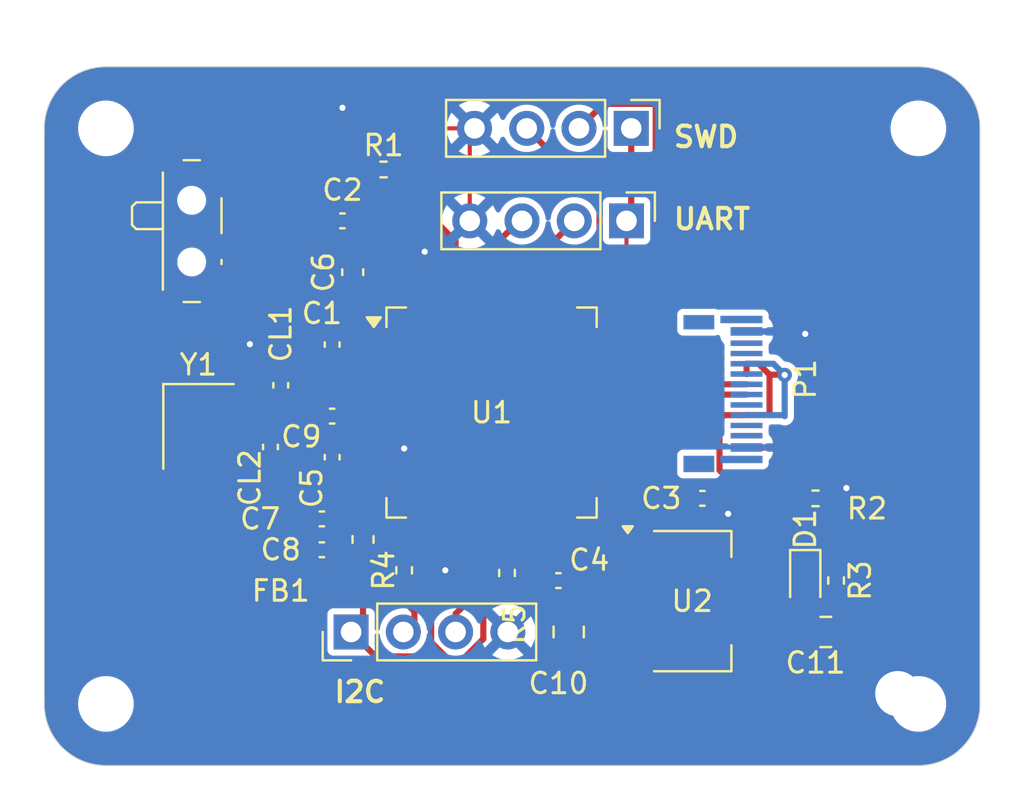
<source format=kicad_pcb>
(kicad_pcb (version 20241229) (generator "pcbnew") (generator_version "9.0")
  (layers (0 "F.Cu" signal) (2 "B.Cu" power) (13 "F.Paste" user) (15 "B.Paste" user) (5 "F.SilkS" user "F.Silkscreen") (7 "B.SilkS" user "B.Silkscreen") (1 "F.Mask" user) (3 "B.Mask" user) (25 "Edge.Cuts" user))
  (net 0 "")
  (net 1 "+3.3V")
  (net 2 "+3.3VA")
  (net 3 "/NRST")
  (net 4 "VBUS")
  (net 5 "GND")
  (net 6 "/HSE_OUT")
  (net 7 "/Power LED Cathode")
  (net 8 "/SYS_JTMS-SWDIO")
  (net 9 "/SYS_JTCK_SWCLK")
  (net 10 "/UART1_TX")
  (net 11 "/UART1_RX")
  (net 12 "/I2C2_SDA")
  (net 13 "/I2C2_SCL")
  (net 19 "/USB_OTG_FS_DM")
  (net 20 "/USB_OTG_FS_DP")
  (net 21 "Net-(SW1-A)")
  (net 22 "Net-(U1-BOOT0)")
  (net 66 "/HSE_IN")
  (footprint "Resistor_SMD:R_0402_1005Metric" (layer "F.Cu") (at 68.5 59 -90)
    (property "Reference" "R3")
    (property "Value" "1k5")
  )
  (footprint "Capacitor_SMD:C_0402_1005Metric" (layer "F.Cu") (at 41 52.5 -90)
    (property "Reference" "CL2")
    (property "Value" "10p")
  )
  (footprint "Capacitor_SMD:C_0805_2012Metric" (layer "F.Cu") (at 68 61.5)
    (property "Reference" "C11")
    (property "Value" "22u")
  )
  (footprint "Resistor_SMD:R_0402_1005Metric" (layer "F.Cu") (at 52.5 58.629084 90)
    (property "Reference" "R5")
    (property "Value" "1k5")
  )
  (footprint "Capacitor_SMD:C_0402_1005Metric" (layer "F.Cu") (at 44 51 180)
    (property "Reference" "C9")
    (property "Value" "100n")
  )
  (footprint "MountingHole:MountingHole_2.2mm_M2" (layer "F.Cu") (at 33 65)
    (property "Reference" "H1")
    (property "Value" "MountingHole")
  )
  (footprint "Capacitor_SMD:C_0402_1005Metric" (layer "F.Cu") (at 62 55)
    (property "Reference" "C3")
    (property "Value" "100n")
  )
  (footprint "Capacitor_SMD:C_0402_1005Metric" (layer "F.Cu") (at 41.5 49.5 90)
    (property "Reference" "CL1")
    (property "Value" "10p")
  )
  (footprint "Package_QFP:LQFP-64_10x10mm_P0.5mm" (layer "F.Cu") (at 51.75 50.825)
    (property "Reference" "U1")
    (property "Value" "STM32F405RGTx")
  )
  (footprint "Capacitor_SMD:C_0402_1005Metric" (layer "F.Cu") (at 44 47.52 -90)
    (property "Reference" "C1")
    (property "Value" "100n")
  )
  (footprint "Crystal:Crystal_SMD_3225-4Pin_3.2x2.5mm" (layer "F.Cu") (at 37.5 51.5 -90)
    (property "Reference" "Y1")
    (property "Value" "16Mhz")
  )
  (footprint "Resistor_SMD:R_0402_1005Metric" (layer "F.Cu") (at 47.5 58.5 -90)
    (property "Reference" "R4")
    (property "Value" "1k5")
  )
  (footprint "Package_TO_SOT_SMD:SOT-223-3_TabPin2" (layer "F.Cu") (at 61.5 60)
    (property "Reference" "U2")
    (property "Value" "AMS1117-3.3")
  )
  (footprint "Capacitor_SMD:C_0402_1005Metric" (layer "F.Cu") (at 55 59)
    (property "Reference" "C4")
    (property "Value" "100n")
  )
  (footprint "Capacitor_SMD:C_0402_1005Metric" (layer "F.Cu") (at 43.5 57.5 180)
    (property "Reference" "C8")
    (property "Value" "1u")
  )
  (footprint "Capacitor_SMD:C_0805_2012Metric" (layer "F.Cu") (at 55.5 61.5 -90)
    (property "Reference" "C10")
    (property "Value" "22u")
  )
  (footprint "MountingHole:MountingHole_2.2mm_M2" (layer "F.Cu") (at 71.5 64.5)
    (property "Reference" "H2")
    (property "Value" "MountingHole")
  )
  (footprint "Connector_USB:USB_C_Plug_JAE_DX07P024AJ1" (layer "F.Cu") (at 63 49.7025 90)
    (property "Reference" "P1")
    (property "Value" "USB_C_Plug_USB2.0")
  )
  (footprint "Connector_PinHeader_2.54mm:PinHeader_1x04_P2.54mm_Vertical" (layer "F.Cu") (at 58.54 37 -90)
    (property "Reference" "J1")
    (property "Value" "Conn_01x04_Pin")
  )
  (footprint "Button_Switch_SMD:SW_SPDT_PCM12" (layer "F.Cu") (at 37.5 42 -90)
    (property "Reference" "SW1")
    (property "Value" "SW_SPDT")
  )
  (footprint "LED_SMD:LED_0603_1608Metric" (layer "F.Cu") (at 67 59 -90)
    (property "Reference" "D1")
    (property "Value" "RED")
  )
  (footprint "Capacitor_SMD:C_0603_1608Metric" (layer "F.Cu") (at 45 44 90)
    (property "Reference" "C6")
    (property "Value" "10u")
  )
  (footprint "Capacitor_SMD:C_0402_1005Metric" (layer "F.Cu") (at 43.5 56 180)
    (property "Reference" "C7")
    (property "Value" "1u")
  )
  (footprint "Resistor_SMD:R_0402_1005Metric" (layer "F.Cu") (at 67.5 55)
    (property "Reference" "R2")
    (property "Value" "5k1")
  )
  (footprint "MountingHole:MountingHole_2.2mm_M2" (layer "F.Cu") (at 33 37)
    (property "Reference" "H4")
    (property "Value" "MountingHole")
  )
  (footprint "Capacitor_SMD:C_0402_1005Metric" (layer "F.Cu") (at 44 53 90)
    (property "Reference" "C5")
    (property "Value" "10n")
  )
  (footprint "Inductor_SMD:L_0603_1608Metric" (layer "F.Cu") (at 45.5 57 -90)
    (property "Reference" "FB1")
    (property "Value" "FerriteBead")
  )
  (footprint "Connector_PinHeader_2.54mm:PinHeader_1x04_P2.54mm_Vertical" (layer "F.Cu") (at 58.31 41.5 -90)
    (property "Reference" "J2")
    (property "Value" "Conn_01x04_Pin")
  )
  (footprint "Capacitor_SMD:C_0402_1005Metric" (layer "F.Cu") (at 44.5 41.5 180)
    (property "Reference" "C2")
    (property "Value" "100n")
  )
  (footprint "Resistor_SMD:R_0402_1005Metric" (layer "F.Cu") (at 46.5 39)
    (property "Reference" "R1")
    (property "Value" "10K")
  )
  (footprint "MountingHole:MountingHole_2.2mm_M2" (layer "F.Cu") (at 72.5 37)
    (property "Reference" "H3")
    (property "Value" "MountingHole")
  )
  (footprint "Connector_PinHeader_2.54mm:PinHeader_1x04_P2.54mm_Vertical" (layer "F.Cu") (at 44.92 61.5 90)
    (property "Reference" "J3")
    (property "Value" "Conn_01x04_Pin")
  )
  (gr_arc (start 33 68) (mid 30.87868 67.12132) (end 30 65) (stroke (width 0.05)) (layer "Edge.Cuts"))
  (gr_arc (start 75.5 65) (mid 74.62132 67.12132) (end 72.5 68) (stroke (width 0.05)) (layer "Edge.Cuts"))
  (gr_line (start 75.5 40.5) (end 75.5 37) (stroke (width 0.05)) (layer "Edge.Cuts"))
  (gr_line (start 30 37) (end 30 65) (stroke (width 0.05)) (layer "Edge.Cuts"))
  (gr_line (start 33 68) (end 72.5 68) (stroke (width 0.05)) (layer "Edge.Cuts"))
  (gr_line (start 68 34) (end 33 34) (stroke (width 0.05)) (layer "Edge.Cuts"))
  (gr_arc (start 72.5 34) (mid 74.62132 34.87868) (end 75.5 37) (stroke (width 0.05)) (layer "Edge.Cuts"))
  (gr_arc (start 30 37) (mid 30.87868 34.87868) (end 33 34) (stroke (width 0.05)) (layer "Edge.Cuts"))
  (gr_line (start 75.5 61) (end 75.5 40.5) (stroke (width 0.05)) (layer "Edge.Cuts"))
  (gr_line (start 75.5 61) (end 75.5 65) (stroke (width 0.05)) (layer "Edge.Cuts"))
  (gr_line (start 68 34) (end 72.5 34) (stroke (width 0.05)) (layer "Edge.Cuts"))
  (gr_text "SWD\n" (at 60.5 38 0) (layer "F.SilkS") (effects (font (size 1 1) (thickness 0.2)) (justify left bottom)))
  (gr_text "UART" (at 60.5 42 0) (layer "F.SilkS") (effects (font (size 1 1) (thickness 0.2) (bold yes)) (justify left bottom)))
  (gr_text "I2C" (at 44 65 0) (layer "F.SilkS") (effects (font (size 1 1) (thickness 0.2) (bold yes)) (justify left bottom)))
  (segment (start 51.249392 46.266) (end 50.750608 46.266) (width 0.3) (layer "F.Cu") (net 1))
  (segment (start 48.75 46.265392) (end 48.749392 46.266) (width 0.3) (layer "F.Cu") (net 1))
  (segment (start 56.492304 55.007696) (end 56.309 54.824392) (width 0.3) (layer "F.Cu") (net 1))
  (segment (start 48.250608 46.266) (end 48.009 46.024392) (width 0.3) (layer "F.Cu") (net 1))
  (segment (start 50.249392 57.616) (end 49.750608 57.616) (width 0.3) (layer "F.Cu") (net 1))
  (segment (start 53.249392 46.266) (end 52.750608 46.266) (width 0.3) (layer "F.Cu") (net 1))
  (segment (start 52.25 46.265392) (end 52.249392 46.266) (width 0.3) (layer "F.Cu") (net 1))
  (segment (start 51.750608 46.266) (end 51.75 46.265392) (width 0.3) (layer "F.Cu") (net 1))
  (segment (start 55.5 56) (end 56.492304 55.007696) (width 0.3) (layer "F.Cu") (net 1))
  (segment (start 44.775 45) (end 45 44.775) (width 0.3) (layer "F.Cu") (net 1))
  (segment (start 48.809 61.993329) (end 48.809 58.799) (width 0.3) (layer "F.Cu") (net 1))
  (segment (start 52.750608 46.266) (end 52.75 46.265392) (width 0.3) (layer "F.Cu") (net 1))
  (segment (start 50 59.5) (end 51 58.5) (width 0.3) (layer "F.Cu") (net 1))
  (segment (start 49.250608 46.266) (end 49.25 46.265392) (width 0.3) (layer "F.Cu") (net 1))
  (segment (start 67 59.7875) (end 64.8625 59.7875) (width 0.3) (layer "F.Cu") (net 1))
  (segment (start 48.505 58.495) (end 48 57.99) (width 0.3) (layer "F.Cu") (net 1))
  (segment (start 58.31 41.5) (end 58.31 46.19) (width 0.2) (layer "F.Cu") (net 1))
  (segment (start 58.35 60) (end 58.218188 60) (width 0.5) (layer "F.Cu") (net 1))
  (segment (start 56.309 47.325608) (end 56.559608 47.075) (width 0.3) (layer "F.Cu") (net 1))
  (segment (start 48 57.99) (end 47.5 57.99) (width 0.3) (layer "F.Cu") (net 1))
  (segment (start 50.249392 46.266) (end 49.750608 46.266) (width 0.3) (layer "F.Cu") (net 1))
  (segment (start 54.52 58.345392) (end 55.5 57.365392) (width 0.3) (layer "F.Cu") (net 1))
  (segment (start 54.52 59) (end 54.52 58.345392) (width 0.3) (layer "F.Cu") (net 1))
  (segment (start 67 59.7875) (end 67 61.45) (width 0.3) (layer "F.Cu") (net 1))
  (segment (start 48.009 46.024392) (end 48.009 46.006392) (width 0.3) (layer "F.Cu") (net 1))
  (segment (start 49.750608 57.616) (end 49.75 57.615392) (width 0.3) (layer "F.Cu") (net 1))
  (segment (start 58.31 46.19) (end 57.425 47.075) (width 0.2) (layer "F.Cu") (net 1))
  (segment (start 48.749392 46.266) (end 48.250608 46.266) (width 0.3) (layer "F.Cu") (net 1))
  (segment (start 50.75 46.265392) (end 50.749392 46.266) (width 0.3) (layer "F.Cu") (net 1))
  (segment (start 39.68 45) (end 44.775 45) (width 0.3) (layer "F.Cu") (net 1))
  (segment (start 53.250608 46.266) (end 53.25 46.265392) (width 0.3) (layer "F.Cu") (net 1))
  (segment (start 54.25 46.265392) (end 54.249392 46.266) (width 0.3) (layer "F.Cu") (net 1))
  (segment (start 52.5 59.139084) (end 51.349 60.290084) (width 0.3) (layer "F.Cu") (net 1))
  (segment (start 52.5 59.139084) (end 54.380916 59.139084) (width 0.3) (layer "F.Cu") (net 1))
  (segment (start 64.8625 59.7875) (end 64.65 60) (width 0.3) (layer "F.Cu") (net 1))
  (segment (start 49.750608 46.266) (end 49.75 46.265392) (width 0.3) (layer "F.Cu") (net 1))
  (segment (start 43.98 57.5) (end 45.2125 57.5) (width 0.3) (layer "F.Cu") (net 1))
  (segment (start 61.52 56.83) (end 58.35 60) (width 0.3) (layer "F.Cu") (net 1))
  (segment (start 50.250608 46.266) (end 50.25 46.265392) (width 0.3) (layer "F.Cu") (net 1))
  (segment (start 57.009 61.341) (end 57.009 62.971578) (width 0.3) (layer "F.Cu") (net 1))
  (segment (start 58.54 37) (end 58.54 41.27) (width 0.3) (layer "F.Cu") (net 1))
  (segment (start 38.829 44.351) (end 38.93 44.25) (width 0.3) (layer "F.Cu") (net 1))
  (segment (start 54.75 46.265392) (end 54.749392 46.266) (width 0.3) (layer "F.Cu") (net 1))
  (segment (start 50.25 46.265392) (end 50.249392 46.266) (width 0.3) (layer "F.Cu") (net 1))
  (segment (start 57.81 41) (end 58.501 41.691) (width 0.2) (layer "F.Cu") (net 1))
  (segment (start 36.319 43.852496) (end 36.817504 44.351) (width 0.3) (layer "F.Cu") (net 1))
  (segment (start 58.485884 55) (end 58.419884 55.066) (width 0.3) (layer "F.Cu") (net 1))
  (segment (start 52.249392 46.266) (end 51.750608 46.266) (width 0.3) (layer "F.Cu") (net 1))
  (segment (start 52.749392 46.266) (end 52.250608 46.266) (width 0.3) (layer "F.Cu") (net 1))
  (segment (start 54.750608 46.266) (end 54.75 46.265392) (width 0.3) (layer "F.Cu") (net 1))
  (segment (start 52.250608 46.266) (end 52.25 46.265392) (width 0.3) (layer "F.Cu") (net 1))
  (segment (start 45.04 46.04) (end 46.075 47.075) (width 0.3) (layer "F.Cu") (net 1))
  (segment (start 46.075 47.075) (end 46.940392 47.075) (width 0.3) (layer "F.Cu") (net 1))
  (segment (start 45.2125 57.5) (end 45.5 57.7875) (width 0.3) (layer "F.Cu") (net 1))
  (segment (start 56.309 47.325608) (end 56.309 46.266) (width 0.3) (layer "F.Cu") (net 1))
  (segment (start 61.52 55) (end 61.52 56.83) (width 0.3) (layer "F.Cu") (net 1))
  (segment (start 49.749392 57.616) (end 49.250608 57.616) (width 0.3) (layer "F.Cu") (net 1))
  (segment (start 48.799 58.799) (end 48.495 58.495) (width 0.3) (layer "F.Cu") (net 1))
  (segment (start 45 44.775) (end 45.1375 44.6375) (width 0.3) (layer "F.Cu") (net 1))
  (segment (start 51.250608 46.266) (end 51.25 46.265392) (width 0.3) (layer "F.Cu") (net 1))
  (segment (start 44.98 41.190001) (end 44.638999 40.849) (width 0.3) (layer "F.Cu") (net 1))
  (segment (start 50.25 57.615392) (end 50.249392 57.616) (width 0.3) (layer "F.Cu") (net 1))
  (segment (start 50.75 57.615392) (end 50.749392 57.616) (width 0.3) (layer "F.Cu") (net 1))
  (segment (start 36.817504 44.351) (end 38.829 44.351) (width 0.3) (layer "F.Cu") (net 1))
  (segment (start 67 61.45) (end 67.05 61.5) (width 0.3) (layer "F.Cu") (net 1))
  (segment (start 56.559608 47.075) (end 57.425 47.075) (width 0.3) (layer "F.Cu") (net 1))
  (segment (start 49.249392 46.266) (end 48.750608 46.266) (width 0.3) (layer "F.Cu") (net 1))
  (segment (start 61.52 55) (end 58.485884 55) (width 0.3) (layer "F.Cu") (net 1))
  (segment (start 53.25 46.265392) (end 53.249392 46.266) (width 0.3) (layer "F.Cu") (net 1))
  (segment (start 55.5 56.5) (end 55.5 56) (width 0.3) (layer "F.Cu") (net 1))
  (segment (start 48.809 61.993329) (end 48.111329 62.691) (width 0.3) (layer "F.Cu") (net 1))
  (segment (start 44.638999 40.849) (end 38.617504 40.849) (width 0.3) (layer "F.Cu") (net 1))
  (segment (start 50.750608 46.266) (end 50.75 46.265392) (width 0.3) (layer "F.Cu") (net 1))
  (segment (start 54.52 58.965884) (end 54.52 59) (width 0.3) (layer "F.Cu") (net 1))
  (segment (start 44.035 47.075) (end 44 47.04) (width 0.2) (layer "F.Cu") (net 1))
  (segment (start 51.749392 46.266) (end 51.250608 46.266) (width 0.3) (layer "F.Cu") (net 1))
  (segment (start 44.98 41.5) (end 44.98 41.190001) (width 0.3) (layer "F.Cu") (net 1))
  (segment (start 58.35 60) (end 57.009 61.341) (width 0.3) (layer "F.Cu") (net 1))
  (segment (start 50.184329 63) (end 49.815671 63) (width 0.3) (layer "F.Cu") (net 1))
  (segment (start 50.749392 46.266) (end 50.250608 46.266) (width 0.3) (layer "F.Cu") (net 1))
  (segment (start 38.93 44.25) (end 39.68 45) (width 0.3) (layer "F.Cu") (net 1))
  (segment (start 61.15 63.5) (end 64.65 60) (width 0.3) (layer "F.Cu") (net 1))
  (segment (start 58.419884 55.066) (end 56.550608 55.066) (width 0.3) (layer "F.Cu") (net 1))
  (segment (start 47.99 57.99) (end 49.5 59.5) (width 0.3) (layer "F.Cu") (net 1))
  (segment (start 49.75 46.265392) (end 49.749392 46.266) (width 0.3) (layer "F.Cu") (net 1))
  (segment (start 56.550608 55.066) (end 56.492304 55.007696) (width 0.3) (layer "F.Cu") (net 1))
  (segment (start 51.75 46.265392) (end 51.749392 46.266) (width 0.3) (layer "F.Cu") (net 1))
  (segment (start 54.380916 59.139084) (end 54.52 59) (width 0.3) (layer "F.Cu") (net 1))
  (segment (start 53.75 46.265392) (end 53.749392 46.266) (width 0.3) (layer "F.Cu") (net 1))
  (segment (start 45 46.04) (end 44 47.04) (width 0.3) (layer "F.Cu") (net 1))
  (segment (start 53.749392 46.266) (end 53.250608 46.266) (width 0.3) (layer "F.Cu") (net 1))
  (segment (start 48.111329 62.691) (end 46.111 62.691) (width 0.3) (layer "F.Cu") (net 1))
  (segment (start 51 57.616) (end 50.750608 57.616) (width 0.3) (layer "F.Cu") (net 1))
  (segment (start 49.009 57.374392) (end 49.009 56.509) (width 0.3) (layer "F.Cu") (net 1))
  (segment (start 45.5 60.92) (end 44.92 61.5) (width 0.3) (layer "F.Cu") (net 1))
  (segment (start 52.75 46.265392) (end 52.749392 46.266) (width 0.3) (layer "F.Cu") (net 1))
  (segment (start 38.617504 40.849) (end 36.319 43.147504) (width 0.3) (layer "F.Cu") (net 1))
  (segment (start 56.309 46.266) (end 54.750608 46.266) (width 0.3) (layer "F.Cu") (net 1))
  (segment (start 54.249392 46.266) (end 53.750608 46.266) (width 0.3) (layer "F.Cu") (net 1))
  (segment (start 48.750608 46.266) (end 48.75 46.265392) (width 0.3) (layer "F.Cu") (net 1))
  (segment (start 45 46.04) (end 45.04 46.04) (width 0.3) (layer "F.Cu") (net 1))
  (segment (start 49.749392 46.266) (end 49.250608 46.266) (width 0.3) (layer "F.Cu") (net 1))
  (segment (start 36.319 43.147504) (end 36.319 43.852496) (width 0.3) (layer "F.Cu") (net 1))
  (segment (start 49.009 56.509) (end 49 56.5) (width 0.3) (layer "F.Cu") (net 1))
  (segment (start 54.52 59.034116) (end 54.52 59) (width 0.3) (layer "F.Cu") (net 1))
  (segment (start 49.5 59.5) (end 50 59.5) (width 0.3) (layer "F.Cu") (net 1))
  (segment (start 51.25 46.265392) (end 51.249392 46.266) (width 0.3) (layer "F.Cu") (net 1))
  (segment (start 50.250608 57.616) (end 50.25 57.615392) (width 0.3) (layer "F.Cu") (net 1))
  (segment (start 54.749392 46.266) (end 54.250608 46.266) (width 0.3) (layer "F.Cu") (net 1))
  (segment (start 51.349 60.290084) (end 51.349 61.835329) (width 0.3) (layer "F.Cu") (net 1))
  (segment (start 57.537422 63.5) (end 61.15 63.5) (width 0.3) (layer "F.Cu") (net 1))
  (segment (start 48.009 46.006392) (end 48 46.015392) (width 0.3) (layer "F.Cu") (net 1))
  (segment (start 56.309 54.824392) (end 56.309 47.325608) (width 0.3) (layer "F.Cu") (net 1))
  (segment (start 49.250608 57.616) (end 49.009 57.374392) (width 0.3) (layer "F.Cu") (net 1))
  (segment (start 58.54 41.27) (end 58.31 41.5) (width 0.3) (layer "F.Cu") (net 1))
  (segment (start 58.35 60) (end 58.001 59.651) (width 0.3) (layer "F.Cu") (net 1))
  (segment (start 55.5 57.365392) (end 55.5 56.5) (width 0.3) (layer "F.Cu") (net 1))
  (segment (start 46.940392 47.075) (end 48 46.015392) (width 0.3) (layer "F.Cu") (net 1))
  (segment (start 53.750608 46.266) (end 53.75 46.265392) (width 0.3) (layer "F.Cu") (net 1))
  (segment (start 57.009 62.971578) (end 57.537422 63.5) (width 0.3) (layer "F.Cu") (net 1))
  (segment (start 50.750608 57.616) (end 50.75 57.615392) (width 0.3) (layer "F.Cu") (net 1))
  (segment (start 50.749392 57.616) (end 50.250608 57.616) (width 0.3) (layer "F.Cu") (net 1))
  (segment (start 49.25 46.265392) (end 49.249392 46.266) (width 0.3) (layer "F.Cu") (net 1))
  (segment (start 54.250608 46.266) (end 54.25 46.265392) (width 0.3) (layer "F.Cu") (net 1))
  (segment (start 49.815671 63) (end 48.809 61.993329) (width 0.3) (layer "F.Cu") (net 1))
  (segment (start 51 58.5) (end 51 57.616) (width 0.3) (layer "F.Cu") (net 1))
  (segment (start 45 44.775) (end 45 46.04) (width 0.3) (layer "F.Cu") (net 1))
  (segment (start 51.349 61.835329) (end 50.184329 63) (width 0.3) (layer "F.Cu") (net 1))
  (segment (start 48 46.015392) (end 48 45.15) (width 0.3) (layer "F.Cu") (net 1))
  (segment (start 45.5 57.7875) (end 45.5 60.92) (width 0.3) (layer "F.Cu") (net 1))
  (segment (start 46.111 62.691) (end 44.92 61.5) (width 0.3) (layer "F.Cu") (net 1))
  (segment (start 49.75 57.615392) (end 49.749392 57.616) (width 0.3) (layer "F.Cu") (net 1))
  (segment (start 44 53.48) (end 44.309999 53.48) (width 0.3) (layer "F.Cu") (net 2))
  (segment (start 43.98 56) (end 43.98 53.5) (width 0.3) (layer "F.Cu") (net 2))
  (segment (start 43.98 53.5) (end 44 53.48) (width 0.3) (layer "F.Cu") (net 2))
  (segment (start 44.714999 53.075) (end 46.075 53.075) (width 0.3) (layer "F.Cu") (net 2))
  (segment (start 45.2875 56) (end 45.5 56.2125) (width 0.3) (layer "F.Cu") (net 2))
  (segment (start 44.309999 53.48) (end 44.714999 53.075) (width 0.3) (layer "F.Cu") (net 2))
  (segment (start 43.98 56) (end 45.2875 56) (width 0.3) (layer "F.Cu") (net 2))
  (segment (start 44.48 50.690001) (end 45.095001 50.075) (width 0.3) (layer "F.Cu") (net 3))
  (segment (start 45.095001 50.075) (end 46.075 50.075) (width 0.3) (layer "F.Cu") (net 3))
  (segment (start 44.48 51) (end 44.48 50.690001) (width 0.3) (layer "F.Cu") (net 3))
  (segment (start 62.8315 51.1815) (end 63.0605 50.9525) (width 0.3) (layer "F.Cu") (net 4))
  (segment (start 54.434 62.951728) (end 55.473272 63.991) (width 0.3) (layer "F.Cu") (net 4))
  (segment (start 66.126728 63.991) (end 67.891 62.226728) (width 0.3) (layer "F.Cu") (net 4))
  (segment (start 64.203 56.447) (end 64.203 55) (width 0.2) (layer "F.Cu") (net 4))
  (segment (start 62.8315 53.6285) (end 64.203 55) (width 0.3) (layer "F.Cu") (net 4))
  (segment (start 55.473272 63.991) (end 66.126728 63.991) (width 0.3) (layer "F.Cu") (net 4))
  (segment (start 64.7345 48.4525) (end 65.2635 48.9815) (width 0.3) (layer "F.Cu") (net 4))
  (segment (start 58.25 62.3) (end 58.35 62.3) (width 0.2) (layer "F.Cu") (net 4))
  (segment (start 64.1475 48.4525) (end 64.1475 48.9525) (width 0.3) (layer "F.Cu") (net 4))
  (segment (start 66.184 58.669168) (end 66.184 55.806) (width 0.3) (layer "F.Cu") (net 4))
  (segment (start 58.35 62.3) (end 58.576 62.526) (width 0.2) (layer "F.Cu") (net 4))
  (segment (start 62.8315 51.1815) (end 62.8315 53.6285) (width 0.3) (layer "F.Cu") (net 4))
  (segment (start 64.1475 48.4525) (end 64.7345 48.4525) (width 0.3) (layer "F.Cu") (net 4))
  (segment (start 67.485168 59) (end 66.514832 59) (width 0.3) (layer "F.Cu") (net 4))
  (segment (start 58.35 62.3) (end 64.203 56.447) (width 0.2) (layer "F.Cu") (net 4))
  (segment (start 65.2635 48.9815) (end 65.2635 50.9235) (width 0.3) (layer "F.Cu") (net 4))
  (segment (start 67.891 60.319168) (end 67.816 60.244168) (width 0.3) (layer "F.Cu") (net 4))
  (segment (start 67.816 60.244168) (end 67.816 59.330832) (width 0.3) (layer "F.Cu") (net 4))
  (segment (start 67.891 62.226728) (end 67.891 60.319168) (width 0.3) (layer "F.Cu") (net 4))
  (segment (start 63.0605 50.9525) (end 64.1475 50.9525) (width 0.3) (layer "F.Cu") (net 4))
  (segment (start 66.514832 59) (end 66.184 58.669168) (width 0.3) (layer "F.Cu") (net 4))
  (segment (start 67.816 59.330832) (end 67.485168 59) (width 0.3) (layer "F.Cu") (net 4))
  (segment (start 65.2345 50.9525) (end 64.1475 50.9525) (width 0.3) (layer "F.Cu") (net 4))
  (segment (start 65.2635 50.9235) (end 65.2345 50.9525) (width 0.3) (layer "F.Cu") (net 4))
  (segment (start 65.9815 48.9815) (end 66 49) (width 0.3) (layer "F.Cu") (net 4))
  (segment (start 65.2635 48.9815) (end 65.9815 48.9815) (width 0.3) (layer "F.Cu") (net 4))
  (segment (start 55.5 60.55) (end 54.434 61.616) (width 0.3) (layer "F.Cu") (net 4))
  (segment (start 54.434 61.616) (end 54.434 62.951728) (width 0.3) (layer "F.Cu") (net 4))
  (segment (start 64.203 55) (end 66.99 55) (width 0.3) (layer "F.Cu") (net 4))
  (segment (start 66.184 55.806) (end 66.99 55) (width 0.3) (layer "F.Cu") (net 4))
  (via (at 66 49) (size 0.7) (drill 0.3) (layers "F.Cu" "B.Cu") (net 4))
  (segment (start 66 49) (end 66 51) (width 0.3) (layer "B.Cu") (net 4))
  (segment (start 65.9525 50.9525) (end 64.1475 50.9525) (width 0.3) (layer "B.Cu") (net 4))
  (segment (start 64.1475 48.4525) (end 65.4525 48.4525) (width 0.3) (layer "B.Cu") (net 4))
  (segment (start 65.4525 48.4525) (end 66 49) (width 0.3) (layer "B.Cu") (net 4))
  (segment (start 66 51) (end 65.9525 50.9525) (width 0.3) (layer "B.Cu") (net 4))
  (segment (start 48.5 45.15) (end 48.5 44.284608) (width 0.3) (layer "F.Cu") (net 5))
  (segment (start 63.25 55.75) (end 62.5 55) (width 0.3) (layer "F.Cu") (net 5))
  (segment (start 48.5 44.284608) (end 47.440392 43.225) (width 0.3) (layer "F.Cu") (net 5))
  (segment (start 44 52.52) (end 43.52 52.04) (width 0.3) (layer "F.Cu") (net 5))
  (segment (start 68.51 54.99) (end 68.51 55.49) (width 0.3) (layer "F.Cu") (net 5))
  (segment (start 54.331 59.709) (end 52.54 61.5) (width 0.3) (layer "F.Cu") (net 5))
  (segment (start 52.54 61.5) (end 52.54 61.46) (width 0.2) (layer "F.Cu") (net 5))
  (segment (start 64.1475 52.5275) (end 65.5375 52.5275) (width 0.3) (layer "F.Cu") (net 5))
  (segment (start 43.52 52.04) (end 43.52 51) (width 0.3) (layer "F.Cu") (net 5))
  (segment (start 50.92 37) (end 44.5 37) (width 0.2) (layer "F.Cu") (net 5))
  (segment (start 40.18 41.5) (end 38.93 42.75) (width 0.3) (layer "F.Cu") (net 5))
  (segment (start 43.02 56) (end 43.02 57.5) (width 0.3) (layer "F.Cu") (net 5))
  (segment (start 54.805116 59.709) (end 54.331 59.709) (width 0.3) (layer "F.Cu") (net 5))
  (segment (start 41.5 49.02) (end 41.5 49) (width 0.3) (layer "F.Cu") (net 5))
  (segment (start 56.566 59.806001) (end 56.566 61.051728) (width 0.3) (layer "F.Cu") (net 5))
  (segment (start 34.6 52.6) (end 34.5 52.5) (width 0.3) (layer "F.Cu") (net 5))
  (segment (start 43.52 52.04) (end 43.52 52.48) (width 0.3) (layer "F.Cu") (net 5))
  (segment (start 55.48 59) (end 57.05 59) (width 0.3) (layer "F.Cu") (net 5))
  (segment (start 41.5 49.02) (end 39.73 49.02) (width 0.3) (layer "F.Cu") (net 5))
  (segment (start 47.440392 43.225) (end 45 43.225) (width 0.3) (layer "F.Cu") (net 5))
  (segment (start 34.5 48.5) (end 39.21 48.5) (width 0.3) (layer "F.Cu") (net 5))
  (segment (start 39.73 49.02) (end 38.35 50.4) (width 0.3) (layer "F.Cu") (net 5))
  (segment (start 44.98 43.205) (end 45 43.225) (width 0.2) (layer "F.Cu") (net 5))
  (segment (start 42 53.48) (end 42.5 52.98) (width 0.3) (layer "F.Cu") (net 5))
  (segment (start 48.5 57.55977) (end 49.44023 58.5) (width 0.3) (layer "F.Cu") (net 5))
  (segment (start 68.5 59.51) (end 69.161 58.849) (width 0.3) (layer "F.Cu") (net 5))
  (segment (start 62.5 55) (end 62.48 55) (width 0.3) (layer "F.Cu") (net 5))
  (segment (start 55.48 59) (end 55.759999 59) (width 0.3) (layer "F.Cu") (net 5))
  (segment (start 43.02 52.98) (end 42.5 52.98) (width 0.3) (layer "F.Cu") (net 5))
  (segment (start 69 54.5) (end 68.51 54.99) (width 0.3) (layer "F.Cu") (net 5))
  (segment (start 42.5 52.98) (end 41 52.98) (width 0.3) (layer "F.Cu") (net 5))
  (segment (start 55.759999 59) (end 56.566 59.806001) (width 0.3) (layer "F.Cu") (net 5))
  (segment (start 50.92 41.27) (end 50.69 41.5) (width 0.2) (layer "F.Cu") (net 5))
  (segment (start 52.99 61.95) (end 52.54 61.5) (width 0.3) (layer "F.Cu") (net 5))
  (segment (start 42.52 48) (end 41.5 49.02) (width 0.3) (layer "F.Cu") (net 5))
  (segment (start 34.5 52.5) (end 34.5 48.5) (width 0.3) (layer "F.Cu") (net 5))
  (segment (start 47.5 52.575) (end 46.075 52.575) (width 0.3) (layer "F.Cu") (net 5))
  (segment (start 69 54.5) (end 68.51 54.5) (width 0.3) (layer "F.Cu") (net 5))
  (segment (start 50.69 41.5) (end 50.69 37.23) (width 0.2) (layer "F.Cu") (net 5))
  (segment (start 41.5 49) (end 40 47.5) (width 0.3) (layer "F.Cu") (net 5))
  (segment (start 48.5 57.503092) (end 48.518 57.521092) (width 0.3) (layer "F.Cu") (net 5))
  (segment (start 68.95 61.5) (end 68.95 59.96) (width 0.3) (layer "F.Cu") (net 5))
  (segment (start 68.51 54.5) (end 68.01 55) (width 0.3) (layer "F.Cu") (net 5))
  (segment (start 44.02 41.5) (end 40.18 41.5) (width 0.3) (layer "F.Cu") (net 5))
  (segment (start 55.48 59.034116) (end 54.805116 59.709) (width 0.3) (layer "F.Cu") (net 5))
  (segment (start 39.21 48.5) (end 39.73 49.02) (width 0.3) (layer "F.Cu") (net 5))
  (segment (start 55.48 59) (end 55.48 59.034116) (width 0.3) (layer "F.Cu") (net 5))
  (segment (start 57.05 59) (end 58.35 57.7) (width 0.3) (layer "F.Cu") (net 5))
  (segment (start 65.5375 52.5275) (end 68.01 55) (width 0.3) (layer "F.Cu") (net 5))
  (segment (start 44.5 37) (end 44.5 36) (width 0.2) (layer "F.Cu") (net 5))
  (segment (start 43.52 52.48) (end 43.02 52.98) (width 0.3) (layer "F.Cu") (net 5))
  (segment (start 66.8775 46.8775) (end 67 47) (width 0.3) (layer "F.Cu") (net 5))
  (segment (start 43.02 56) (end 42 56) (width 0.3) (layer "F.Cu") (net 5))
  (segment (start 68.95 59.96) (end 68.5 59.51) (width 0.3) (layer "F.Cu") (net 5))
  (segment (start 64.1475 46.8775) (end 66.8775 46.8775) (width 0.3) (layer "F.Cu") (net 5))
  (segment (start 56.566 61.051728) (end 55.5 62.117728) (width 0.3) (layer "F.Cu") (net 5))
  (segment (start 50.69 37.23) (end 50.92 37) (width 0.2) (layer "F.Cu") (net 5))
  (segment (start 55.5 62.117728) (end 55.5 62.45) (width 0.3) (layer "F.Cu") (net 5))
  (segment (start 42 56) (end 42 53.48) (width 0.3) (layer "F.Cu") (net 5))
  (segment (start 44 48) (end 42.52 48) (width 0.3) (layer "F.Cu") (net 5))
  (segment (start 36.65 52.6) (end 34.6 52.6) (width 0.3) (layer "F.Cu") (net 5))
  (segment (start 48.5 56.5) (end 48.5 57.503092) (width 0.3) (layer "F.Cu") (net 5))
  (segment (start 69.161 58.849) (end 69.161 56.161) (width 0.3) (layer "F.Cu") (net 5))
  (segment (start 68.51 55.49) (end 68.5 55.5) (width 0.3) (layer "F.Cu") (net 5))
  (segment (start 44.055 52.575) (end 44 52.52) (width 0.3) (layer "F.Cu") (net 5))
  (segment (start 44.02 41.5) (end 44.02 42.245) (width 0.3) (layer "F.Cu") (net 5))
  (segment (start 48.5 57.503092) (end 48.5 57.55977) (width 0.3) (layer "F.Cu") (net 5))
  (segment (start 69.161 56.161) (end 68.5 55.5) (width 0.3) (layer "F.Cu") (net 5))
  (segment (start 49.44023 58.5) (end 49.5 58.5) (width 0.3) (layer "F.Cu") (net 5))
  (segment (start 46.075 52.575) (end 44.055 52.575) (width 0.3) (layer "F.Cu") (net 5))
  (segment (start 44.02 42.245) (end 45 43.225) (width 0.3) (layer "F.Cu") (net 5))
  (segment (start 48.5 45.15) (end 48.5 43) (width 0.3) (layer "F.Cu") (net 5))
  (via (at 67 47) (size 0.7) (drill 0.3) (layers "F.Cu" "B.Cu") (net 5))
  (via (at 69 54.5) (size 0.7) (drill 0.3) (layers "F.Cu" "B.Cu") (net 5))
  (via (at 47.5 52.575) (size 0.7) (drill 0.3) (layers "F.Cu" "B.Cu") (net 5))
  (via (at 49.5 58.5) (size 0.7) (drill 0.3) (layers "F.Cu" "B.Cu") (net 5))
  (via (at 40 47.5) (size 0.7) (drill 0.3) (layers "F.Cu" "B.Cu") (net 5))
  (via (at 48.5 43) (size 0.7) (drill 0.3) (layers "F.Cu" "B.Cu") (net 5))
  (via (at 63.25 55.75) (size 0.7) (drill 0.3) (layers "F.Cu" "B.Cu") (net 5))
  (via (at 44.5 36) (size 0.7) (drill 0.3) (layers "F.Cu" "B.Cu") (net 5))
  (segment (start 66.8775 46.8775) (end 67 47) (width 0.3) (layer "B.Cu") (net 5))
  (segment (start 64.1475 46.8775) (end 66.8775 46.8775) (width 0.3) (layer "B.Cu") (net 5))
  (segment (start 38.93 52.02) (end 38.35 52.6) (width 0.2) (layer "F.Cu") (net 6))
  (segment (start 46.075 49.575) (end 43.445 49.575) (width 0.2) (layer "F.Cu") (net 6))
  (segment (start 41 52.02) (end 38.93 52.02) (width 0.2) (layer "F.Cu") (net 6))
  (segment (start 43.445 49.575) (end 41 52.02) (width 0.2) (layer "F.Cu") (net 6))
  (segment (start 46.075 49.575) (end 46.026 49.526) (width 0.2) (layer "F.Cu") (net 6))
  (segment (start 67 58.2125) (end 68.2225 58.2125) (width 0.3) (layer "F.Cu") (net 7))
  (segment (start 68.2225 58.2125) (end 68.5 58.49) (width 0.3) (layer "F.Cu") (net 7))
  (segment (start 59.731 46.634392) (end 59.731 35.809) (width 0.3) (layer "F.Cu") (net 8))
  (segment (start 57.191 35.809) (end 56 37) (width 0.3) (layer "F.Cu") (net 8))
  (segment (start 57.425 48.075) (end 58.290392 48.075) (width 0.3) (layer "F.Cu") (net 8))
  (segment (start 59.731 35.809) (end 57.191 35.809) (width 0.3) (layer "F.Cu") (net 8))
  (segment (start 58.290392 48.075) (end 59.731 46.634392) (width 0.3) (layer "F.Cu") (net 8))
  (segment (start 53.46 37) (end 57 40.54) (width 0.3) (layer "F.Cu") (net 9))
  (segment (start 57 43.65) (end 55.5 45.15) (width 0.3) (layer "F.Cu") (net 9))
  (segment (start 57 40.54) (end 57 43.65) (width 0.3) (layer "F.Cu") (net 9))
  (segment (start 51.250608 44.034) (end 51 44.284608) (width 0.3) (layer "F.Cu") (net 10))
  (segment (start 53.236 44.034) (end 51.250608 44.034) (width 0.3) (layer "F.Cu") (net 10))
  (segment (start 55.77 41.5) (end 53.236 44.034) (width 0.3) (layer "F.Cu") (net 10))
  (segment (start 51 44.284608) (end 51 45.15) (width 0.3) (layer "F.Cu") (net 10))
  (segment (start 53.23 41.5) (end 53.09023 41.5) (width 0.3) (layer "F.Cu") (net 11))
  (segment (start 53.09023 41.5) (end 50.5 44.09023) (width 0.3) (layer "F.Cu") (net 11))
  (segment (start 50.5 44.09023) (end 50.5 45.15) (width 0.3) (layer "F.Cu") (net 11))
  (segment (start 52.5 58.119084) (end 53.746308 58.119084) (width 0.3) (layer "F.Cu") (net 12))
  (segment (start 50 60.619084) (end 52.5 58.119084) (width 0.3) (layer "F.Cu") (net 12))
  (segment (start 49.99 61.49) (end 50 61.5) (width 0.3) (layer "F.Cu") (net 12))
  (segment (start 54.5 57.365392) (end 54.5 56.5) (width 0.3) (layer "F.Cu") (net 12))
  (segment (start 50.5 61) (end 50 61.5) (width 0.3) (layer "F.Cu") (net 12))
  (segment (start 53.746308 58.119084) (end 54.5 57.365392) (width 0.3) (layer "F.Cu") (net 12))
  (segment (start 50 61.5) (end 50 60.619084) (width 0.3) (layer "F.Cu") (net 12))
  (segment (start 46.5 59) (end 46.51 59) (width 0.3) (layer "F.Cu") (net 13))
  (segment (start 47.750608 55.384) (end 53.749392 55.384) (width 0.3) (layer "F.Cu") (net 13))
  (segment (start 47.5 60) (end 46.5 59) (width 0.3) (layer "F.Cu") (net 13))
  (segment (start 46.5 59) (end 46.5 56.634608) (width 0.3) (layer "F.Cu") (net 13))
  (segment (start 48 60.96) (end 48 60.5) (width 0.3) (layer "F.Cu") (net 13))
  (segment (start 47.46 61.5) (end 48 60.96) (width 0.3) (layer "F.Cu") (net 13))
  (segment (start 54 55.634608) (end 54 56.5) (width 0.3) (layer "F.Cu") (net 13))
  (segment (start 53.749392 55.384) (end 54 55.634608) (width 0.3) (layer "F.Cu") (net 13))
  (segment (start 46.5 56.634608) (end 47.750608 55.384) (width 0.3) (layer "F.Cu") (net 13))
  (segment (start 48 60.5) (end 47.5 60) (width 0.3) (layer "F.Cu") (net 13))
  (segment (start 47.5 60) (end 47.5 59.01) (width 0.3) (layer "F.Cu") (net 13))
  (segment (start 59.258122 49.9525) (end 64.1475 49.9525) (width 0.3) (layer "F.Cu") (net 19))
  (segment (start 58.380622 49.075) (end 59.258122 49.9525) (width 0.3) (layer "F.Cu") (net 19))
  (segment (start 57.425 49.075) (end 58.380622 49.075) (width 0.3) (layer "F.Cu") (net 19))
  (segment (start 57.425 48.575) (end 58.575 48.575) (width 0.3) (layer "F.Cu") (net 20))
  (segment (start 58.575 48.575) (end 59.4525 49.4525) (width 0.3) (layer "F.Cu") (net 20))
  (segment (start 59.4525 49.4525) (end 64.1475 49.4525) (width 0.3) (layer "F.Cu") (net 20))
  (segment (start 45.99 39) (end 39.68 39) (width 0.3) (layer "F.Cu") (net 21))
  (segment (start 39.68 39) (end 38.93 39.75) (width 0.3) (layer "F.Cu") (net 21))
  (segment (start 50 42.494329) (end 47.01 39.504329) (width 0.3) (layer "F.Cu") (net 22))
  (segment (start 50 45.15) (end 50 42.494329) (width 0.3) (layer "F.Cu") (net 22))
  (segment (start 47.01 39.504329) (end 47.01 39) (width 0.3) (layer "F.Cu") (net 22))
  (segment (start 42.714999 49.075) (end 46.075 49.075) (width 0.3) (layer "F.Cu") (net 66))
  (segment (start 41.809999 49.98) (end 42.714999 49.075) (width 0.3) (layer "F.Cu") (net 66))
  (segment (start 40.039 51.441) (end 41.5 49.98) (width 0.3) (layer "F.Cu") (net 66))
  (segment (start 37.691 51.441) (end 40.039 51.441) (width 0.3) (layer "F.Cu") (net 66))
  (segment (start 36.65 50.4) (end 37.691 51.441) (width 0.3) (layer "F.Cu") (net 66))
  (segment (start 41.5 49.98) (end 41.809999 49.98) (width 0.3) (layer "F.Cu") (net 66))
  (zone (net 5) (net_name "GND") (layer "B.Cu") (connect_pads (clearance 0.3)) (min_thickness 0.25) (fill yes (thermal_gap 0.5) (thermal_bridge_width 0.5))
    (polygon (pts (xy 30 34) (xy 75.5 34) (xy 75.5 68) (xy 30 68)))
  )
)
</source>
